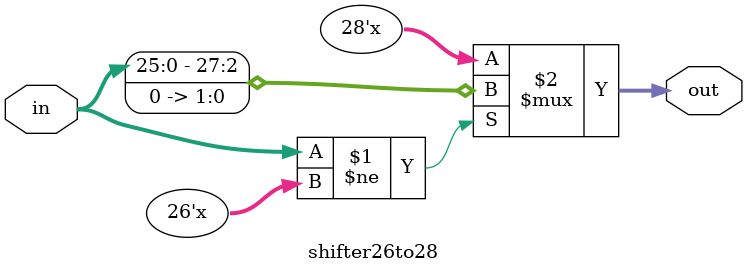
<source format=v>
`timescale 1ns / 1ns
module shifter32to32 (input [31:0] in, output [31:0] out);
  assign out = (in != 32'bx) ? {in [30:0], 2'b00} : 32'bx;
endmodule


module shifter26to28 (input [25:0] in, output [27:0] out);
  assign out = (in != 26'bx) ? {in, 2'b00} : 28'bx;
endmodule
</source>
